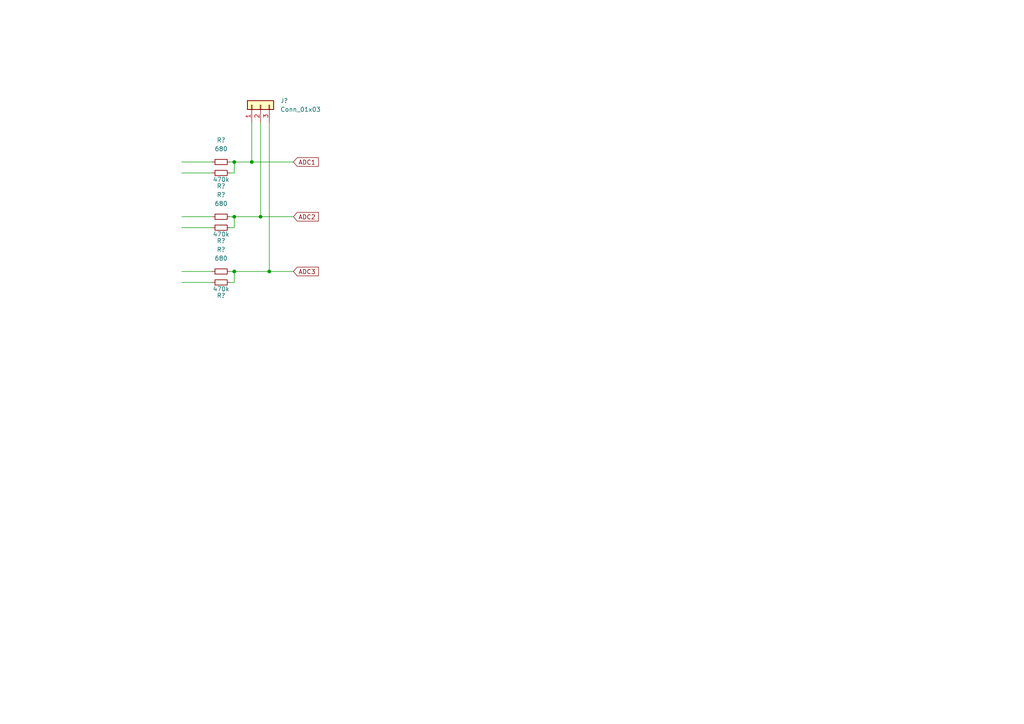
<source format=kicad_sch>
(kicad_sch (version 20211123) (generator eeschema)
  (paper "A4")
  (lib_symbols
    (symbol "Connector_Generic:Conn_01x03" (pin_names (offset 1.016) hide)
      (property "Reference" "J" (at 0 5.08 0))
      (property "Value" "Conn_01x03" (at 0 -5.08 0))
      (symbol "Conn_01x03_1_1"
        (rectangle (start -1.27 -2.413) (end 0 -2.667) (stroke (width 0.1524)))
        (rectangle (start -1.27 0.127) (end 0 -0.127) (stroke (width 0.1524)))
        (rectangle (start -1.27 2.667) (end 0 2.413) (stroke (width 0.1524)))
        (rectangle (start -1.27 3.81) (end 1.27 -3.81) (stroke (width 0.254)) (fill (type background)))
        (pin passive line (at -5.08 2.54 0) (length 3.81) (name "Pin_1") (number "1"))
        (pin passive line (at -5.08 0 0) (length 3.81) (name "Pin_2") (number "2"))
        (pin passive line (at -5.08 -2.54 0) (length 3.81) (name "Pin_3") (number "3"))
      )
    )
    (symbol "Device:R_Small" (pin_numbers hide) (pin_names (offset 0.254) hide)
      (property "Reference" "R" (at 0.762 0.508 0))
      (property "Value" "R_Small" (at 0.762 -1.016 0))
      (symbol "R_Small_0_1"
        (rectangle (start -0.762 1.778) (end 0.762 -1.778) (stroke (width 0.2032)))
      )
      (symbol "R_Small_1_1"
        (pin passive line (at 0 2.54 270) (length 0.762) (name "~") (number "1"))
        (pin passive line (at 0 -2.54 90) (length 0.762) (name "~") (number "2"))
      )
    )
  )
  (junction (at 73.025 46.99))
  (junction (at 75.565 62.865))
  (junction (at 67.945 78.74))
  (junction (at 67.945 62.865))
  (junction (at 67.945 46.99))
  (junction (at 78.105 78.74))
  (wire (pts (xy 73.025 35.56) (xy 73.025 46.99)))
  (wire (pts (xy 67.945 62.865) (xy 75.565 62.865)))
  (wire (pts (xy 66.675 78.74) (xy 67.945 78.74)))
  (wire (pts (xy 52.705 81.915) (xy 61.595 81.915)))
  (wire (pts (xy 66.675 62.865) (xy 67.945 62.865)))
  (wire (pts (xy 78.105 35.56) (xy 78.105 78.74)))
  (wire (pts (xy 73.025 46.99) (xy 85.09 46.99)))
  (wire (pts (xy 52.705 78.74) (xy 61.595 78.74)))
  (wire (pts (xy 75.565 35.56) (xy 75.565 62.865)))
  (wire (pts (xy 66.675 66.04) (xy 67.945 66.04)))
  (wire (pts (xy 52.705 46.99) (xy 61.595 46.99)))
  (wire (pts (xy 52.705 50.165) (xy 61.595 50.165)))
  (wire (pts (xy 52.705 62.865) (xy 61.595 62.865)))
  (wire (pts (xy 67.945 66.04) (xy 67.945 62.865)))
  (wire (pts (xy 66.675 46.99) (xy 67.945 46.99)))
  (wire (pts (xy 66.675 50.165) (xy 67.945 50.165)))
  (wire (pts (xy 75.565 62.865) (xy 85.09 62.865)))
  (wire (pts (xy 52.705 66.04) (xy 61.595 66.04)))
  (wire (pts (xy 66.675 81.915) (xy 67.945 81.915)))
  (wire (pts (xy 67.945 81.915) (xy 67.945 78.74)))
  (wire (pts (xy 67.945 46.99) (xy 73.025 46.99)))
  (wire (pts (xy 67.945 50.165) (xy 67.945 46.99)))
  (wire (pts (xy 78.105 78.74) (xy 85.09 78.74)))
  (wire (pts (xy 67.945 78.74) (xy 78.105 78.74)))
  (global_label "ADC2" (shape input) (at 85.09 62.865 0) (property "Intersheet References" "${INTERSHEET_REFS}" (effects hide)))
  (global_label "ADC3" (shape input) (at 85.09 78.74 0) (property "Intersheet References" "${INTERSHEET_REFS}" (effects hide)))
  (global_label "ADC1" (shape input) (at 85.09 46.99 0) (property "Intersheet References" "${INTERSHEET_REFS}" (effects hide)))
  (symbol (lib_id "Device:R_Small") (at 64.135 78.74 90) (unit 1)
    (property "Reference" "R?" (at 64.135 72.39 90))
    (property "Value" "680" (at 64.135 74.93 90))
  )
  (symbol (lib_id "Device:R_Small") (at 64.135 66.04 90) (unit 1)
    (property "Reference" "R?" (at 64.135 69.85 90))
    (property "Value" "470k" (at 64.135 67.945 90))
  )
  (symbol (lib_id "Device:R_Small") (at 64.135 81.915 90) (unit 1)
    (property "Reference" "R?" (at 64.135 85.725 90))
    (property "Value" "470k" (at 64.135 83.82 90))
  )
  (symbol (lib_id "Device:R_Small") (at 64.135 46.99 90) (unit 1)
    (property "Reference" "R?" (at 64.135 40.64 90))
    (property "Value" "680" (at 64.135 43.18 90))
  )
  (symbol (lib_id "Connector_Generic:Conn_01x03") (at 75.565 30.48 90) (unit 1)
    (property "Reference" "J?" (at 81.28 29.2099 90) (effects (justify right)))
    (property "Value" "Conn_01x03" (at 81.28 31.7499 90) (effects (justify right)))
  )
  (symbol (lib_id "Device:R_Small") (at 64.135 50.165 90) (unit 1)
    (property "Reference" "R?" (at 64.135 53.975 90))
    (property "Value" "470k" (at 64.135 52.07 90))
  )
  (symbol (lib_id "Device:R_Small") (at 64.135 62.865 90) (unit 1)
    (property "Reference" "R?" (at 64.135 56.515 90))
    (property "Value" "680" (at 64.135 59.055 90))
  )
)
</source>
